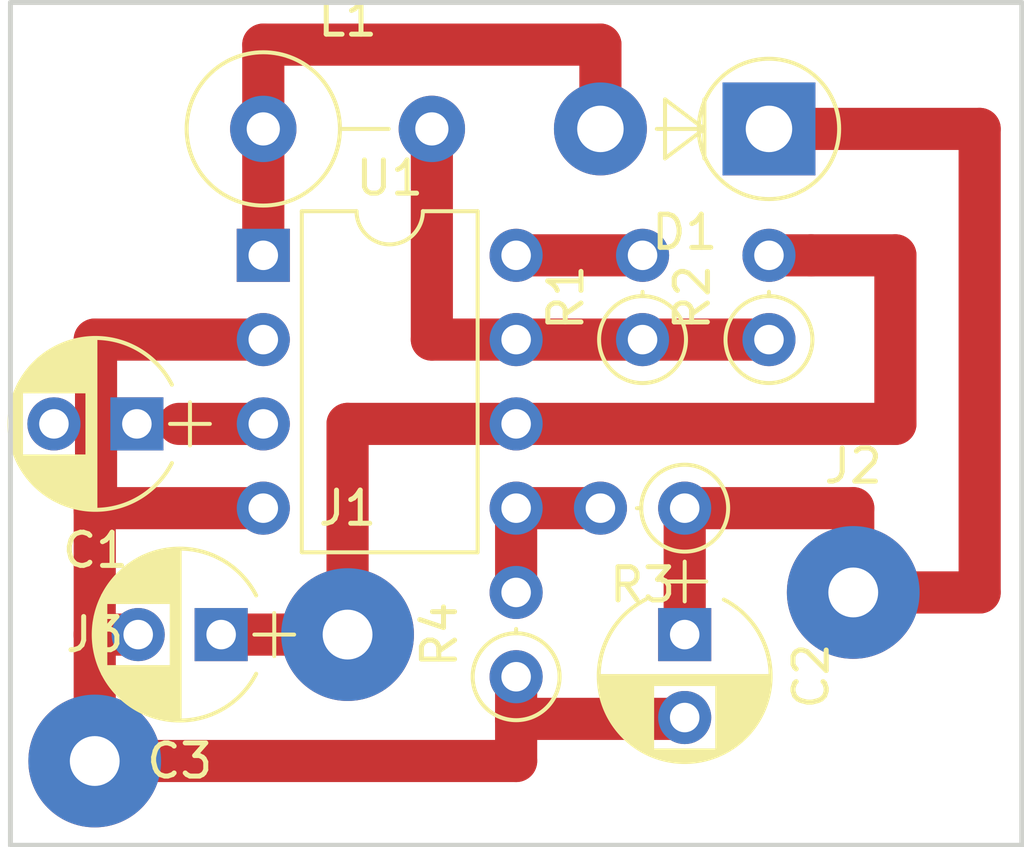
<source format=kicad_pcb>
(kicad_pcb (version 4) (host pcbnew 4.0.7)

  (general
    (links 21)
    (no_connects 2)
    (area 104.064999 96.444999 134.695001 121.995001)
    (thickness 1.6)
    (drawings 4)
    (tracks 39)
    (zones 0)
    (modules 13)
    (nets 9)
  )

  (page A4)
  (layers
    (0 Top signal)
    (31 Bottom signal)
    (32 B.Adhes user)
    (33 F.Adhes user)
    (34 B.Paste user)
    (35 F.Paste user)
    (36 B.SilkS user)
    (37 F.SilkS user)
    (38 B.Mask user)
    (39 F.Mask user)
    (40 Dwgs.User user)
    (41 Cmts.User user)
    (42 Eco1.User user)
    (43 Eco2.User user)
    (44 Edge.Cuts user)
    (45 Margin user)
    (46 B.CrtYd user)
    (47 F.CrtYd user)
    (48 B.Fab user)
    (49 F.Fab user)
  )

  (setup
    (last_trace_width 0.8128)
    (user_trace_width 0.1524)
    (user_trace_width 0.8128)
    (user_trace_width 1.27)
    (user_trace_width 2.54)
    (user_trace_width 5.08)
    (trace_clearance 0.1524)
    (zone_clearance 0.508)
    (zone_45_only no)
    (trace_min 0.1524)
    (segment_width 0.2)
    (edge_width 0.15)
    (via_size 1.27)
    (via_drill 0.79375)
    (via_min_size 1.27)
    (via_min_drill 0.79375)
    (uvia_size 1.27)
    (uvia_drill 0.79375)
    (uvias_allowed no)
    (uvia_min_size 1.27)
    (uvia_min_drill 0.79248)
    (pcb_text_width 0.3)
    (pcb_text_size 1.5 1.5)
    (mod_edge_width 0.15)
    (mod_text_size 1 1)
    (mod_text_width 0.15)
    (pad_size 1.6 1.6)
    (pad_drill 0.889)
    (pad_to_mask_clearance 0.2)
    (aux_axis_origin 0 0)
    (visible_elements 7FFFFFDF)
    (pcbplotparams
      (layerselection 0x01000_80000001)
      (usegerberextensions false)
      (excludeedgelayer true)
      (linewidth 0.100000)
      (plotframeref false)
      (viasonmask false)
      (mode 1)
      (useauxorigin false)
      (hpglpennumber 1)
      (hpglpenspeed 20)
      (hpglpendiameter 15)
      (hpglpenoverlay 2)
      (psnegative false)
      (psa4output false)
      (plotreference true)
      (plotvalue true)
      (plotinvisibletext false)
      (padsonsilk false)
      (subtractmaskfromsilk false)
      (outputformat 1)
      (mirror false)
      (drillshape 0)
      (scaleselection 1)
      (outputdirectory TestOut/))
  )

  (net 0 "")
  (net 1 /N$10)
  (net 2 /N$1)
  (net 3 /VG2)
  (net 4 /N$5)
  (net 5 /N$12)
  (net 6 /N$11)
  (net 7 /VDD)
  (net 8 /N$13)

  (net_class Default "This is the default net class."
    (clearance 0.1524)
    (trace_width 0.8128)
    (via_dia 1.27)
    (via_drill 0.79375)
    (uvia_dia 1.27)
    (uvia_drill 0.79375)
    (add_net /N$1)
    (add_net /N$10)
    (add_net /N$11)
    (add_net /N$12)
    (add_net /N$13)
    (add_net /N$5)
    (add_net /VDD)
    (add_net /VG2)
  )

  (module Housings_DIP:DIP-8_W7.62mm (layer Top) (tedit 5A44941C) (tstamp 5A448857)
    (at 111.76 104.14)
    (descr "8-lead though-hole mounted DIP package, row spacing 7.62 mm (300 mils)")
    (tags "THT DIP DIL PDIP 2.54mm 7.62mm 300mil")
    (path /5A44875D)
    (fp_text reference U1 (at 3.81 -2.33) (layer F.SilkS)
      (effects (font (size 1 1) (thickness 0.15)))
    )
    (fp_text value HCPL063 (at 3.81 9.95) (layer F.Fab)
      (effects (font (size 1 1) (thickness 0.15)))
    )
    (fp_arc (start 3.81 -1.33) (end 2.81 -1.33) (angle -180) (layer F.SilkS) (width 0.12))
    (fp_line (start 1.635 -1.27) (end 6.985 -1.27) (layer F.Fab) (width 0.1))
    (fp_line (start 6.985 -1.27) (end 6.985 8.89) (layer F.Fab) (width 0.1))
    (fp_line (start 6.985 8.89) (end 0.635 8.89) (layer F.Fab) (width 0.1))
    (fp_line (start 0.635 8.89) (end 0.635 -0.27) (layer F.Fab) (width 0.1))
    (fp_line (start 0.635 -0.27) (end 1.635 -1.27) (layer F.Fab) (width 0.1))
    (fp_line (start 2.81 -1.33) (end 1.16 -1.33) (layer F.SilkS) (width 0.12))
    (fp_line (start 1.16 -1.33) (end 1.16 8.95) (layer F.SilkS) (width 0.12))
    (fp_line (start 1.16 8.95) (end 6.46 8.95) (layer F.SilkS) (width 0.12))
    (fp_line (start 6.46 8.95) (end 6.46 -1.33) (layer F.SilkS) (width 0.12))
    (fp_line (start 6.46 -1.33) (end 4.81 -1.33) (layer F.SilkS) (width 0.12))
    (fp_line (start -1.1 -1.55) (end -1.1 9.15) (layer F.CrtYd) (width 0.05))
    (fp_line (start -1.1 9.15) (end 8.7 9.15) (layer F.CrtYd) (width 0.05))
    (fp_line (start 8.7 9.15) (end 8.7 -1.55) (layer F.CrtYd) (width 0.05))
    (fp_line (start 8.7 -1.55) (end -1.1 -1.55) (layer F.CrtYd) (width 0.05))
    (fp_text user %R (at 3.81 3.81) (layer F.Fab)
      (effects (font (size 1 1) (thickness 0.15)))
    )
    (pad 1 thru_hole rect (at 0 0) (size 1.6 1.6) (drill 0.889) (layers *.Cu *.Mask)
      (net 4 /N$5))
    (pad 5 thru_hole oval (at 7.62 7.62) (size 1.6 1.6) (drill 0.889) (layers *.Cu *.Mask)
      (net 8 /N$13))
    (pad 2 thru_hole oval (at 0 2.54) (size 1.6 1.6) (drill 0.889) (layers *.Cu *.Mask)
      (net 2 /N$1))
    (pad 6 thru_hole oval (at 7.62 5.08) (size 1.6 1.6) (drill 0.889) (layers *.Cu *.Mask)
      (net 7 /VDD))
    (pad 3 thru_hole oval (at 0 5.08) (size 1.6 1.6) (drill 0.889) (layers *.Cu *.Mask)
      (net 1 /N$10))
    (pad 7 thru_hole oval (at 7.62 2.54) (size 1.6 1.6) (drill 0.889) (layers *.Cu *.Mask)
      (net 5 /N$12))
    (pad 4 thru_hole oval (at 0 7.62) (size 1.6 1.6) (drill 0.889) (layers *.Cu *.Mask)
      (net 2 /N$1))
    (pad 8 thru_hole oval (at 7.62 0) (size 1.6 1.6) (drill 0.889) (layers *.Cu *.Mask)
      (net 6 /N$11))
    (model ${KISYS3DMOD}/Housings_DIP.3dshapes/DIP-8_W7.62mm.wrl
      (at (xyz 0 0 0))
      (scale (xyz 1 1 1))
      (rotate (xyz 0 0 0))
    )
  )

  (module Capacitors_THT:CP_Radial_D5.0mm_P2.50mm (layer Top) (tedit 5A4493B2) (tstamp 5A448E16)
    (at 107.95 109.22 180)
    (descr "CP, Radial series, Radial, pin pitch=2.50mm, , diameter=5mm, Electrolytic Capacitor")
    (tags "CP Radial series Radial pin pitch 2.50mm  diameter 5mm Electrolytic Capacitor")
    (path /5A447E76)
    (fp_text reference C1 (at 1.25 -3.81 180) (layer F.SilkS)
      (effects (font (size 1 1) (thickness 0.15)))
    )
    (fp_text value 470pF (at 1.25 3.81 180) (layer F.Fab)
      (effects (font (size 1 1) (thickness 0.15)))
    )
    (fp_arc (start 1.25 0) (end -1.05558 -1.18) (angle 125.8) (layer F.SilkS) (width 0.12))
    (fp_arc (start 1.25 0) (end -1.05558 1.18) (angle -125.8) (layer F.SilkS) (width 0.12))
    (fp_arc (start 1.25 0) (end 3.55558 -1.18) (angle 54.2) (layer F.SilkS) (width 0.12))
    (fp_circle (center 1.25 0) (end 3.75 0) (layer F.Fab) (width 0.1))
    (fp_line (start -2.2 0) (end -1 0) (layer F.Fab) (width 0.1))
    (fp_line (start -1.6 -0.65) (end -1.6 0.65) (layer F.Fab) (width 0.1))
    (fp_line (start 1.25 -2.55) (end 1.25 2.55) (layer F.SilkS) (width 0.12))
    (fp_line (start 1.29 -2.55) (end 1.29 2.55) (layer F.SilkS) (width 0.12))
    (fp_line (start 1.33 -2.549) (end 1.33 2.549) (layer F.SilkS) (width 0.12))
    (fp_line (start 1.37 -2.548) (end 1.37 2.548) (layer F.SilkS) (width 0.12))
    (fp_line (start 1.41 -2.546) (end 1.41 2.546) (layer F.SilkS) (width 0.12))
    (fp_line (start 1.45 -2.543) (end 1.45 2.543) (layer F.SilkS) (width 0.12))
    (fp_line (start 1.49 -2.539) (end 1.49 2.539) (layer F.SilkS) (width 0.12))
    (fp_line (start 1.53 -2.535) (end 1.53 -0.98) (layer F.SilkS) (width 0.12))
    (fp_line (start 1.53 0.98) (end 1.53 2.535) (layer F.SilkS) (width 0.12))
    (fp_line (start 1.57 -2.531) (end 1.57 -0.98) (layer F.SilkS) (width 0.12))
    (fp_line (start 1.57 0.98) (end 1.57 2.531) (layer F.SilkS) (width 0.12))
    (fp_line (start 1.61 -2.525) (end 1.61 -0.98) (layer F.SilkS) (width 0.12))
    (fp_line (start 1.61 0.98) (end 1.61 2.525) (layer F.SilkS) (width 0.12))
    (fp_line (start 1.65 -2.519) (end 1.65 -0.98) (layer F.SilkS) (width 0.12))
    (fp_line (start 1.65 0.98) (end 1.65 2.519) (layer F.SilkS) (width 0.12))
    (fp_line (start 1.69 -2.513) (end 1.69 -0.98) (layer F.SilkS) (width 0.12))
    (fp_line (start 1.69 0.98) (end 1.69 2.513) (layer F.SilkS) (width 0.12))
    (fp_line (start 1.73 -2.506) (end 1.73 -0.98) (layer F.SilkS) (width 0.12))
    (fp_line (start 1.73 0.98) (end 1.73 2.506) (layer F.SilkS) (width 0.12))
    (fp_line (start 1.77 -2.498) (end 1.77 -0.98) (layer F.SilkS) (width 0.12))
    (fp_line (start 1.77 0.98) (end 1.77 2.498) (layer F.SilkS) (width 0.12))
    (fp_line (start 1.81 -2.489) (end 1.81 -0.98) (layer F.SilkS) (width 0.12))
    (fp_line (start 1.81 0.98) (end 1.81 2.489) (layer F.SilkS) (width 0.12))
    (fp_line (start 1.85 -2.48) (end 1.85 -0.98) (layer F.SilkS) (width 0.12))
    (fp_line (start 1.85 0.98) (end 1.85 2.48) (layer F.SilkS) (width 0.12))
    (fp_line (start 1.89 -2.47) (end 1.89 -0.98) (layer F.SilkS) (width 0.12))
    (fp_line (start 1.89 0.98) (end 1.89 2.47) (layer F.SilkS) (width 0.12))
    (fp_line (start 1.93 -2.46) (end 1.93 -0.98) (layer F.SilkS) (width 0.12))
    (fp_line (start 1.93 0.98) (end 1.93 2.46) (layer F.SilkS) (width 0.12))
    (fp_line (start 1.971 -2.448) (end 1.971 -0.98) (layer F.SilkS) (width 0.12))
    (fp_line (start 1.971 0.98) (end 1.971 2.448) (layer F.SilkS) (width 0.12))
    (fp_line (start 2.011 -2.436) (end 2.011 -0.98) (layer F.SilkS) (width 0.12))
    (fp_line (start 2.011 0.98) (end 2.011 2.436) (layer F.SilkS) (width 0.12))
    (fp_line (start 2.051 -2.424) (end 2.051 -0.98) (layer F.SilkS) (width 0.12))
    (fp_line (start 2.051 0.98) (end 2.051 2.424) (layer F.SilkS) (width 0.12))
    (fp_line (start 2.091 -2.41) (end 2.091 -0.98) (layer F.SilkS) (width 0.12))
    (fp_line (start 2.091 0.98) (end 2.091 2.41) (layer F.SilkS) (width 0.12))
    (fp_line (start 2.131 -2.396) (end 2.131 -0.98) (layer F.SilkS) (width 0.12))
    (fp_line (start 2.131 0.98) (end 2.131 2.396) (layer F.SilkS) (width 0.12))
    (fp_line (start 2.171 -2.382) (end 2.171 -0.98) (layer F.SilkS) (width 0.12))
    (fp_line (start 2.171 0.98) (end 2.171 2.382) (layer F.SilkS) (width 0.12))
    (fp_line (start 2.211 -2.366) (end 2.211 -0.98) (layer F.SilkS) (width 0.12))
    (fp_line (start 2.211 0.98) (end 2.211 2.366) (layer F.SilkS) (width 0.12))
    (fp_line (start 2.251 -2.35) (end 2.251 -0.98) (layer F.SilkS) (width 0.12))
    (fp_line (start 2.251 0.98) (end 2.251 2.35) (layer F.SilkS) (width 0.12))
    (fp_line (start 2.291 -2.333) (end 2.291 -0.98) (layer F.SilkS) (width 0.12))
    (fp_line (start 2.291 0.98) (end 2.291 2.333) (layer F.SilkS) (width 0.12))
    (fp_line (start 2.331 -2.315) (end 2.331 -0.98) (layer F.SilkS) (width 0.12))
    (fp_line (start 2.331 0.98) (end 2.331 2.315) (layer F.SilkS) (width 0.12))
    (fp_line (start 2.371 -2.296) (end 2.371 -0.98) (layer F.SilkS) (width 0.12))
    (fp_line (start 2.371 0.98) (end 2.371 2.296) (layer F.SilkS) (width 0.12))
    (fp_line (start 2.411 -2.276) (end 2.411 -0.98) (layer F.SilkS) (width 0.12))
    (fp_line (start 2.411 0.98) (end 2.411 2.276) (layer F.SilkS) (width 0.12))
    (fp_line (start 2.451 -2.256) (end 2.451 -0.98) (layer F.SilkS) (width 0.12))
    (fp_line (start 2.451 0.98) (end 2.451 2.256) (layer F.SilkS) (width 0.12))
    (fp_line (start 2.491 -2.234) (end 2.491 -0.98) (layer F.SilkS) (width 0.12))
    (fp_line (start 2.491 0.98) (end 2.491 2.234) (layer F.SilkS) (width 0.12))
    (fp_line (start 2.531 -2.212) (end 2.531 -0.98) (layer F.SilkS) (width 0.12))
    (fp_line (start 2.531 0.98) (end 2.531 2.212) (layer F.SilkS) (width 0.12))
    (fp_line (start 2.571 -2.189) (end 2.571 -0.98) (layer F.SilkS) (width 0.12))
    (fp_line (start 2.571 0.98) (end 2.571 2.189) (layer F.SilkS) (width 0.12))
    (fp_line (start 2.611 -2.165) (end 2.611 -0.98) (layer F.SilkS) (width 0.12))
    (fp_line (start 2.611 0.98) (end 2.611 2.165) (layer F.SilkS) (width 0.12))
    (fp_line (start 2.651 -2.14) (end 2.651 -0.98) (layer F.SilkS) (width 0.12))
    (fp_line (start 2.651 0.98) (end 2.651 2.14) (layer F.SilkS) (width 0.12))
    (fp_line (start 2.691 -2.113) (end 2.691 -0.98) (layer F.SilkS) (width 0.12))
    (fp_line (start 2.691 0.98) (end 2.691 2.113) (layer F.SilkS) (width 0.12))
    (fp_line (start 2.731 -2.086) (end 2.731 -0.98) (layer F.SilkS) (width 0.12))
    (fp_line (start 2.731 0.98) (end 2.731 2.086) (layer F.SilkS) (width 0.12))
    (fp_line (start 2.771 -2.058) (end 2.771 -0.98) (layer F.SilkS) (width 0.12))
    (fp_line (start 2.771 0.98) (end 2.771 2.058) (layer F.SilkS) (width 0.12))
    (fp_line (start 2.811 -2.028) (end 2.811 -0.98) (layer F.SilkS) (width 0.12))
    (fp_line (start 2.811 0.98) (end 2.811 2.028) (layer F.SilkS) (width 0.12))
    (fp_line (start 2.851 -1.997) (end 2.851 -0.98) (layer F.SilkS) (width 0.12))
    (fp_line (start 2.851 0.98) (end 2.851 1.997) (layer F.SilkS) (width 0.12))
    (fp_line (start 2.891 -1.965) (end 2.891 -0.98) (layer F.SilkS) (width 0.12))
    (fp_line (start 2.891 0.98) (end 2.891 1.965) (layer F.SilkS) (width 0.12))
    (fp_line (start 2.931 -1.932) (end 2.931 -0.98) (layer F.SilkS) (width 0.12))
    (fp_line (start 2.931 0.98) (end 2.931 1.932) (layer F.SilkS) (width 0.12))
    (fp_line (start 2.971 -1.897) (end 2.971 -0.98) (layer F.SilkS) (width 0.12))
    (fp_line (start 2.971 0.98) (end 2.971 1.897) (layer F.SilkS) (width 0.12))
    (fp_line (start 3.011 -1.861) (end 3.011 -0.98) (layer F.SilkS) (width 0.12))
    (fp_line (start 3.011 0.98) (end 3.011 1.861) (layer F.SilkS) (width 0.12))
    (fp_line (start 3.051 -1.823) (end 3.051 -0.98) (layer F.SilkS) (width 0.12))
    (fp_line (start 3.051 0.98) (end 3.051 1.823) (layer F.SilkS) (width 0.12))
    (fp_line (start 3.091 -1.783) (end 3.091 -0.98) (layer F.SilkS) (width 0.12))
    (fp_line (start 3.091 0.98) (end 3.091 1.783) (layer F.SilkS) (width 0.12))
    (fp_line (start 3.131 -1.742) (end 3.131 -0.98) (layer F.SilkS) (width 0.12))
    (fp_line (start 3.131 0.98) (end 3.131 1.742) (layer F.SilkS) (width 0.12))
    (fp_line (start 3.171 -1.699) (end 3.171 -0.98) (layer F.SilkS) (width 0.12))
    (fp_line (start 3.171 0.98) (end 3.171 1.699) (layer F.SilkS) (width 0.12))
    (fp_line (start 3.211 -1.654) (end 3.211 -0.98) (layer F.SilkS) (width 0.12))
    (fp_line (start 3.211 0.98) (end 3.211 1.654) (layer F.SilkS) (width 0.12))
    (fp_line (start 3.251 -1.606) (end 3.251 -0.98) (layer F.SilkS) (width 0.12))
    (fp_line (start 3.251 0.98) (end 3.251 1.606) (layer F.SilkS) (width 0.12))
    (fp_line (start 3.291 -1.556) (end 3.291 -0.98) (layer F.SilkS) (width 0.12))
    (fp_line (start 3.291 0.98) (end 3.291 1.556) (layer F.SilkS) (width 0.12))
    (fp_line (start 3.331 -1.504) (end 3.331 -0.98) (layer F.SilkS) (width 0.12))
    (fp_line (start 3.331 0.98) (end 3.331 1.504) (layer F.SilkS) (width 0.12))
    (fp_line (start 3.371 -1.448) (end 3.371 -0.98) (layer F.SilkS) (width 0.12))
    (fp_line (start 3.371 0.98) (end 3.371 1.448) (layer F.SilkS) (width 0.12))
    (fp_line (start 3.411 -1.39) (end 3.411 -0.98) (layer F.SilkS) (width 0.12))
    (fp_line (start 3.411 0.98) (end 3.411 1.39) (layer F.SilkS) (width 0.12))
    (fp_line (start 3.451 -1.327) (end 3.451 -0.98) (layer F.SilkS) (width 0.12))
    (fp_line (start 3.451 0.98) (end 3.451 1.327) (layer F.SilkS) (width 0.12))
    (fp_line (start 3.491 -1.261) (end 3.491 1.261) (layer F.SilkS) (width 0.12))
    (fp_line (start 3.531 -1.189) (end 3.531 1.189) (layer F.SilkS) (width 0.12))
    (fp_line (start 3.571 -1.112) (end 3.571 1.112) (layer F.SilkS) (width 0.12))
    (fp_line (start 3.611 -1.028) (end 3.611 1.028) (layer F.SilkS) (width 0.12))
    (fp_line (start 3.651 -0.934) (end 3.651 0.934) (layer F.SilkS) (width 0.12))
    (fp_line (start 3.691 -0.829) (end 3.691 0.829) (layer F.SilkS) (width 0.12))
    (fp_line (start 3.731 -0.707) (end 3.731 0.707) (layer F.SilkS) (width 0.12))
    (fp_line (start 3.771 -0.559) (end 3.771 0.559) (layer F.SilkS) (width 0.12))
    (fp_line (start 3.811 -0.354) (end 3.811 0.354) (layer F.SilkS) (width 0.12))
    (fp_line (start -2.2 0) (end -1 0) (layer F.SilkS) (width 0.12))
    (fp_line (start -1.6 -0.65) (end -1.6 0.65) (layer F.SilkS) (width 0.12))
    (fp_line (start -1.6 -2.85) (end -1.6 2.85) (layer F.CrtYd) (width 0.05))
    (fp_line (start -1.6 2.85) (end 4.1 2.85) (layer F.CrtYd) (width 0.05))
    (fp_line (start 4.1 2.85) (end 4.1 -2.85) (layer F.CrtYd) (width 0.05))
    (fp_line (start 4.1 -2.85) (end -1.6 -2.85) (layer F.CrtYd) (width 0.05))
    (fp_text user %R (at 1.25 0 180) (layer F.Fab)
      (effects (font (size 1 1) (thickness 0.15)))
    )
    (pad 1 thru_hole rect (at 0 0 180) (size 1.6 1.6) (drill 0.889) (layers *.Cu *.Mask)
      (net 1 /N$10))
    (pad 2 thru_hole circle (at 2.5 0 180) (size 1.6 1.6) (drill 0.889) (layers *.Cu *.Mask)
      (net 2 /N$1))
    (model ${KISYS3DMOD}/Capacitors_THT.3dshapes/CP_Radial_D5.0mm_P2.50mm.wrl
      (at (xyz 0 0 0))
      (scale (xyz 1 1 1))
      (rotate (xyz 0 0 0))
    )
  )

  (module Capacitors_THT:CP_Radial_D5.0mm_P2.50mm (layer Top) (tedit 597BC7C2) (tstamp 5A448F20)
    (at 110.49 115.57 180)
    (descr "CP, Radial series, Radial, pin pitch=2.50mm, , diameter=5mm, Electrolytic Capacitor")
    (tags "CP Radial series Radial pin pitch 2.50mm  diameter 5mm Electrolytic Capacitor")
    (path /5A449757)
    (fp_text reference C3 (at 1.25 -3.81 180) (layer F.SilkS)
      (effects (font (size 1 1) (thickness 0.15)))
    )
    (fp_text value 100uF (at 1.25 3.81 180) (layer F.Fab)
      (effects (font (size 1 1) (thickness 0.15)))
    )
    (fp_arc (start 1.25 0) (end -1.05558 -1.18) (angle 125.8) (layer F.SilkS) (width 0.12))
    (fp_arc (start 1.25 0) (end -1.05558 1.18) (angle -125.8) (layer F.SilkS) (width 0.12))
    (fp_arc (start 1.25 0) (end 3.55558 -1.18) (angle 54.2) (layer F.SilkS) (width 0.12))
    (fp_circle (center 1.25 0) (end 3.75 0) (layer F.Fab) (width 0.1))
    (fp_line (start -2.2 0) (end -1 0) (layer F.Fab) (width 0.1))
    (fp_line (start -1.6 -0.65) (end -1.6 0.65) (layer F.Fab) (width 0.1))
    (fp_line (start 1.25 -2.55) (end 1.25 2.55) (layer F.SilkS) (width 0.12))
    (fp_line (start 1.29 -2.55) (end 1.29 2.55) (layer F.SilkS) (width 0.12))
    (fp_line (start 1.33 -2.549) (end 1.33 2.549) (layer F.SilkS) (width 0.12))
    (fp_line (start 1.37 -2.548) (end 1.37 2.548) (layer F.SilkS) (width 0.12))
    (fp_line (start 1.41 -2.546) (end 1.41 2.546) (layer F.SilkS) (width 0.12))
    (fp_line (start 1.45 -2.543) (end 1.45 2.543) (layer F.SilkS) (width 0.12))
    (fp_line (start 1.49 -2.539) (end 1.49 2.539) (layer F.SilkS) (width 0.12))
    (fp_line (start 1.53 -2.535) (end 1.53 -0.98) (layer F.SilkS) (width 0.12))
    (fp_line (start 1.53 0.98) (end 1.53 2.535) (layer F.SilkS) (width 0.12))
    (fp_line (start 1.57 -2.531) (end 1.57 -0.98) (layer F.SilkS) (width 0.12))
    (fp_line (start 1.57 0.98) (end 1.57 2.531) (layer F.SilkS) (width 0.12))
    (fp_line (start 1.61 -2.525) (end 1.61 -0.98) (layer F.SilkS) (width 0.12))
    (fp_line (start 1.61 0.98) (end 1.61 2.525) (layer F.SilkS) (width 0.12))
    (fp_line (start 1.65 -2.519) (end 1.65 -0.98) (layer F.SilkS) (width 0.12))
    (fp_line (start 1.65 0.98) (end 1.65 2.519) (layer F.SilkS) (width 0.12))
    (fp_line (start 1.69 -2.513) (end 1.69 -0.98) (layer F.SilkS) (width 0.12))
    (fp_line (start 1.69 0.98) (end 1.69 2.513) (layer F.SilkS) (width 0.12))
    (fp_line (start 1.73 -2.506) (end 1.73 -0.98) (layer F.SilkS) (width 0.12))
    (fp_line (start 1.73 0.98) (end 1.73 2.506) (layer F.SilkS) (width 0.12))
    (fp_line (start 1.77 -2.498) (end 1.77 -0.98) (layer F.SilkS) (width 0.12))
    (fp_line (start 1.77 0.98) (end 1.77 2.498) (layer F.SilkS) (width 0.12))
    (fp_line (start 1.81 -2.489) (end 1.81 -0.98) (layer F.SilkS) (width 0.12))
    (fp_line (start 1.81 0.98) (end 1.81 2.489) (layer F.SilkS) (width 0.12))
    (fp_line (start 1.85 -2.48) (end 1.85 -0.98) (layer F.SilkS) (width 0.12))
    (fp_line (start 1.85 0.98) (end 1.85 2.48) (layer F.SilkS) (width 0.12))
    (fp_line (start 1.89 -2.47) (end 1.89 -0.98) (layer F.SilkS) (width 0.12))
    (fp_line (start 1.89 0.98) (end 1.89 2.47) (layer F.SilkS) (width 0.12))
    (fp_line (start 1.93 -2.46) (end 1.93 -0.98) (layer F.SilkS) (width 0.12))
    (fp_line (start 1.93 0.98) (end 1.93 2.46) (layer F.SilkS) (width 0.12))
    (fp_line (start 1.971 -2.448) (end 1.971 -0.98) (layer F.SilkS) (width 0.12))
    (fp_line (start 1.971 0.98) (end 1.971 2.448) (layer F.SilkS) (width 0.12))
    (fp_line (start 2.011 -2.436) (end 2.011 -0.98) (layer F.SilkS) (width 0.12))
    (fp_line (start 2.011 0.98) (end 2.011 2.436) (layer F.SilkS) (width 0.12))
    (fp_line (start 2.051 -2.424) (end 2.051 -0.98) (layer F.SilkS) (width 0.12))
    (fp_line (start 2.051 0.98) (end 2.051 2.424) (layer F.SilkS) (width 0.12))
    (fp_line (start 2.091 -2.41) (end 2.091 -0.98) (layer F.SilkS) (width 0.12))
    (fp_line (start 2.091 0.98) (end 2.091 2.41) (layer F.SilkS) (width 0.12))
    (fp_line (start 2.131 -2.396) (end 2.131 -0.98) (layer F.SilkS) (width 0.12))
    (fp_line (start 2.131 0.98) (end 2.131 2.396) (layer F.SilkS) (width 0.12))
    (fp_line (start 2.171 -2.382) (end 2.171 -0.98) (layer F.SilkS) (width 0.12))
    (fp_line (start 2.171 0.98) (end 2.171 2.382) (layer F.SilkS) (width 0.12))
    (fp_line (start 2.211 -2.366) (end 2.211 -0.98) (layer F.SilkS) (width 0.12))
    (fp_line (start 2.211 0.98) (end 2.211 2.366) (layer F.SilkS) (width 0.12))
    (fp_line (start 2.251 -2.35) (end 2.251 -0.98) (layer F.SilkS) (width 0.12))
    (fp_line (start 2.251 0.98) (end 2.251 2.35) (layer F.SilkS) (width 0.12))
    (fp_line (start 2.291 -2.333) (end 2.291 -0.98) (layer F.SilkS) (width 0.12))
    (fp_line (start 2.291 0.98) (end 2.291 2.333) (layer F.SilkS) (width 0.12))
    (fp_line (start 2.331 -2.315) (end 2.331 -0.98) (layer F.SilkS) (width 0.12))
    (fp_line (start 2.331 0.98) (end 2.331 2.315) (layer F.SilkS) (width 0.12))
    (fp_line (start 2.371 -2.296) (end 2.371 -0.98) (layer F.SilkS) (width 0.12))
    (fp_line (start 2.371 0.98) (end 2.371 2.296) (layer F.SilkS) (width 0.12))
    (fp_line (start 2.411 -2.276) (end 2.411 -0.98) (layer F.SilkS) (width 0.12))
    (fp_line (start 2.411 0.98) (end 2.411 2.276) (layer F.SilkS) (width 0.12))
    (fp_line (start 2.451 -2.256) (end 2.451 -0.98) (layer F.SilkS) (width 0.12))
    (fp_line (start 2.451 0.98) (end 2.451 2.256) (layer F.SilkS) (width 0.12))
    (fp_line (start 2.491 -2.234) (end 2.491 -0.98) (layer F.SilkS) (width 0.12))
    (fp_line (start 2.491 0.98) (end 2.491 2.234) (layer F.SilkS) (width 0.12))
    (fp_line (start 2.531 -2.212) (end 2.531 -0.98) (layer F.SilkS) (width 0.12))
    (fp_line (start 2.531 0.98) (end 2.531 2.212) (layer F.SilkS) (width 0.12))
    (fp_line (start 2.571 -2.189) (end 2.571 -0.98) (layer F.SilkS) (width 0.12))
    (fp_line (start 2.571 0.98) (end 2.571 2.189) (layer F.SilkS) (width 0.12))
    (fp_line (start 2.611 -2.165) (end 2.611 -0.98) (layer F.SilkS) (width 0.12))
    (fp_line (start 2.611 0.98) (end 2.611 2.165) (layer F.SilkS) (width 0.12))
    (fp_line (start 2.651 -2.14) (end 2.651 -0.98) (layer F.SilkS) (width 0.12))
    (fp_line (start 2.651 0.98) (end 2.651 2.14) (layer F.SilkS) (width 0.12))
    (fp_line (start 2.691 -2.113) (end 2.691 -0.98) (layer F.SilkS) (width 0.12))
    (fp_line (start 2.691 0.98) (end 2.691 2.113) (layer F.SilkS) (width 0.12))
    (fp_line (start 2.731 -2.086) (end 2.731 -0.98) (layer F.SilkS) (width 0.12))
    (fp_line (start 2.731 0.98) (end 2.731 2.086) (layer F.SilkS) (width 0.12))
    (fp_line (start 2.771 -2.058) (end 2.771 -0.98) (layer F.SilkS) (width 0.12))
    (fp_line (start 2.771 0.98) (end 2.771 2.058) (layer F.SilkS) (width 0.12))
    (fp_line (start 2.811 -2.028) (end 2.811 -0.98) (layer F.SilkS) (width 0.12))
    (fp_line (start 2.811 0.98) (end 2.811 2.028) (layer F.SilkS) (width 0.12))
    (fp_line (start 2.851 -1.997) (end 2.851 -0.98) (layer F.SilkS) (width 0.12))
    (fp_line (start 2.851 0.98) (end 2.851 1.997) (layer F.SilkS) (width 0.12))
    (fp_line (start 2.891 -1.965) (end 2.891 -0.98) (layer F.SilkS) (width 0.12))
    (fp_line (start 2.891 0.98) (end 2.891 1.965) (layer F.SilkS) (width 0.12))
    (fp_line (start 2.931 -1.932) (end 2.931 -0.98) (layer F.SilkS) (width 0.12))
    (fp_line (start 2.931 0.98) (end 2.931 1.932) (layer F.SilkS) (width 0.12))
    (fp_line (start 2.971 -1.897) (end 2.971 -0.98) (layer F.SilkS) (width 0.12))
    (fp_line (start 2.971 0.98) (end 2.971 1.897) (layer F.SilkS) (width 0.12))
    (fp_line (start 3.011 -1.861) (end 3.011 -0.98) (layer F.SilkS) (width 0.12))
    (fp_line (start 3.011 0.98) (end 3.011 1.861) (layer F.SilkS) (width 0.12))
    (fp_line (start 3.051 -1.823) (end 3.051 -0.98) (layer F.SilkS) (width 0.12))
    (fp_line (start 3.051 0.98) (end 3.051 1.823) (layer F.SilkS) (width 0.12))
    (fp_line (start 3.091 -1.783) (end 3.091 -0.98) (layer F.SilkS) (width 0.12))
    (fp_line (start 3.091 0.98) (end 3.091 1.783) (layer F.SilkS) (width 0.12))
    (fp_line (start 3.131 -1.742) (end 3.131 -0.98) (layer F.SilkS) (width 0.12))
    (fp_line (start 3.131 0.98) (end 3.131 1.742) (layer F.SilkS) (width 0.12))
    (fp_line (start 3.171 -1.699) (end 3.171 -0.98) (layer F.SilkS) (width 0.12))
    (fp_line (start 3.171 0.98) (end 3.171 1.699) (layer F.SilkS) (width 0.12))
    (fp_line (start 3.211 -1.654) (end 3.211 -0.98) (layer F.SilkS) (width 0.12))
    (fp_line (start 3.211 0.98) (end 3.211 1.654) (layer F.SilkS) (width 0.12))
    (fp_line (start 3.251 -1.606) (end 3.251 -0.98) (layer F.SilkS) (width 0.12))
    (fp_line (start 3.251 0.98) (end 3.251 1.606) (layer F.SilkS) (width 0.12))
    (fp_line (start 3.291 -1.556) (end 3.291 -0.98) (layer F.SilkS) (width 0.12))
    (fp_line (start 3.291 0.98) (end 3.291 1.556) (layer F.SilkS) (width 0.12))
    (fp_line (start 3.331 -1.504) (end 3.331 -0.98) (layer F.SilkS) (width 0.12))
    (fp_line (start 3.331 0.98) (end 3.331 1.504) (layer F.SilkS) (width 0.12))
    (fp_line (start 3.371 -1.448) (end 3.371 -0.98) (layer F.SilkS) (width 0.12))
    (fp_line (start 3.371 0.98) (end 3.371 1.448) (layer F.SilkS) (width 0.12))
    (fp_line (start 3.411 -1.39) (end 3.411 -0.98) (layer F.SilkS) (width 0.12))
    (fp_line (start 3.411 0.98) (end 3.411 1.39) (layer F.SilkS) (width 0.12))
    (fp_line (start 3.451 -1.327) (end 3.451 -0.98) (layer F.SilkS) (width 0.12))
    (fp_line (start 3.451 0.98) (end 3.451 1.327) (layer F.SilkS) (width 0.12))
    (fp_line (start 3.491 -1.261) (end 3.491 1.261) (layer F.SilkS) (width 0.12))
    (fp_line (start 3.531 -1.189) (end 3.531 1.189) (layer F.SilkS) (width 0.12))
    (fp_line (start 3.571 -1.112) (end 3.571 1.112) (layer F.SilkS) (width 0.12))
    (fp_line (start 3.611 -1.028) (end 3.611 1.028) (layer F.SilkS) (width 0.12))
    (fp_line (start 3.651 -0.934) (end 3.651 0.934) (layer F.SilkS) (width 0.12))
    (fp_line (start 3.691 -0.829) (end 3.691 0.829) (layer F.SilkS) (width 0.12))
    (fp_line (start 3.731 -0.707) (end 3.731 0.707) (layer F.SilkS) (width 0.12))
    (fp_line (start 3.771 -0.559) (end 3.771 0.559) (layer F.SilkS) (width 0.12))
    (fp_line (start 3.811 -0.354) (end 3.811 0.354) (layer F.SilkS) (width 0.12))
    (fp_line (start -2.2 0) (end -1 0) (layer F.SilkS) (width 0.12))
    (fp_line (start -1.6 -0.65) (end -1.6 0.65) (layer F.SilkS) (width 0.12))
    (fp_line (start -1.6 -2.85) (end -1.6 2.85) (layer F.CrtYd) (width 0.05))
    (fp_line (start -1.6 2.85) (end 4.1 2.85) (layer F.CrtYd) (width 0.05))
    (fp_line (start 4.1 2.85) (end 4.1 -2.85) (layer F.CrtYd) (width 0.05))
    (fp_line (start 4.1 -2.85) (end -1.6 -2.85) (layer F.CrtYd) (width 0.05))
    (fp_text user %R (at 1.25 0 180) (layer F.Fab)
      (effects (font (size 1 1) (thickness 0.15)))
    )
    (pad 1 thru_hole rect (at 0 0 180) (size 1.6 1.6) (drill 0.889) (layers *.Cu *.Mask)
      (net 7 /VDD))
    (pad 2 thru_hole circle (at 2.5 0 180) (size 1.6 1.6) (drill 0.889) (layers *.Cu *.Mask)
      (net 2 /N$1))
    (model ${KISYS3DMOD}/Capacitors_THT.3dshapes/CP_Radial_D5.0mm_P2.50mm.wrl
      (at (xyz 0 0 0))
      (scale (xyz 1 1 1))
      (rotate (xyz 0 0 0))
    )
  )

  (module Diodes_THT:D_5W_P5.08mm_Vertical_AnodeUp (layer Top) (tedit 5921392E) (tstamp 5A448F34)
    (at 127 100.33 180)
    (descr "D, 5W series, Axial, Vertical, pin pitch=5.08mm, , length*diameter=8.9*3.7mm^2, , http://www.diodes.com/_files/packages/8686949.gif")
    (tags "D 5W series Axial Vertical pin pitch 5.08mm  length 8.9mm diameter 3.7mm")
    (path /5A4489B5)
    (fp_text reference D1 (at 2.54 -3.114899 180) (layer F.SilkS)
      (effects (font (size 1 1) (thickness 0.15)))
    )
    (fp_text value D (at 2.54 3.114899 180) (layer F.Fab)
      (effects (font (size 1 1) (thickness 0.15)))
    )
    (fp_text user K (at -2.814899 0 180) (layer F.Fab)
      (effects (font (size 1 1) (thickness 0.15)))
    )
    (fp_text user %R (at 2.54 0 180) (layer F.Fab)
      (effects (font (size 1 1) (thickness 0.15)))
    )
    (fp_line (start 0 0) (end 5.08 0) (layer F.Fab) (width 0.1))
    (fp_line (start 2.114899 0) (end 3.38 0) (layer F.SilkS) (width 0.12))
    (fp_line (start 1.947333 -0.889) (end 1.947333 0.889) (layer F.SilkS) (width 0.12))
    (fp_line (start 1.947333 0) (end 3.132667 -0.889) (layer F.SilkS) (width 0.12))
    (fp_line (start 3.132667 -0.889) (end 3.132667 0.889) (layer F.SilkS) (width 0.12))
    (fp_line (start 3.132667 0.889) (end 1.947333 0) (layer F.SilkS) (width 0.12))
    (fp_line (start -2.2 -2.4) (end -2.2 2.4) (layer F.CrtYd) (width 0.05))
    (fp_line (start -2.2 2.4) (end 6.8 2.4) (layer F.CrtYd) (width 0.05))
    (fp_line (start 6.8 2.4) (end 6.8 -2.4) (layer F.CrtYd) (width 0.05))
    (fp_line (start 6.8 -2.4) (end -2.2 -2.4) (layer F.CrtYd) (width 0.05))
    (fp_circle (center 0 0) (end 1.85 0) (layer F.Fab) (width 0.1))
    (fp_circle (center 0 0) (end 2.114899 0) (layer F.SilkS) (width 0.12))
    (pad 1 thru_hole rect (at 0 0 180) (size 2.8 2.8) (drill 1.4) (layers *.Cu *.Mask)
      (net 3 /VG2))
    (pad 2 thru_hole oval (at 5.08 0 180) (size 2.8 2.8) (drill 1.4) (layers *.Cu *.Mask)
      (net 4 /N$5))
    (model ${KISYS3DMOD}/Diodes_THT.3dshapes/D_5W_P5.08mm_Vertical_AnodeUp.wrl
      (at (xyz 0 0 0))
      (scale (xyz 0.393701 0.393701 0.393701))
      (rotate (xyz 0 0 0))
    )
  )

  (module Capacitors_THT:CP_Radial_D5.0mm_P2.50mm (layer Top) (tedit 597BC7C2) (tstamp 5A4491E9)
    (at 124.46 115.57 270)
    (descr "CP, Radial series, Radial, pin pitch=2.50mm, , diameter=5mm, Electrolytic Capacitor")
    (tags "CP Radial series Radial pin pitch 2.50mm  diameter 5mm Electrolytic Capacitor")
    (path /5A448D7F)
    (fp_text reference C2 (at 1.25 -3.81 270) (layer F.SilkS)
      (effects (font (size 1 1) (thickness 0.15)))
    )
    (fp_text value 470uF (at 1.25 3.81 270) (layer F.Fab)
      (effects (font (size 1 1) (thickness 0.15)))
    )
    (fp_arc (start 1.25 0) (end -1.05558 -1.18) (angle 125.8) (layer F.SilkS) (width 0.12))
    (fp_arc (start 1.25 0) (end -1.05558 1.18) (angle -125.8) (layer F.SilkS) (width 0.12))
    (fp_arc (start 1.25 0) (end 3.55558 -1.18) (angle 54.2) (layer F.SilkS) (width 0.12))
    (fp_circle (center 1.25 0) (end 3.75 0) (layer F.Fab) (width 0.1))
    (fp_line (start -2.2 0) (end -1 0) (layer F.Fab) (width 0.1))
    (fp_line (start -1.6 -0.65) (end -1.6 0.65) (layer F.Fab) (width 0.1))
    (fp_line (start 1.25 -2.55) (end 1.25 2.55) (layer F.SilkS) (width 0.12))
    (fp_line (start 1.29 -2.55) (end 1.29 2.55) (layer F.SilkS) (width 0.12))
    (fp_line (start 1.33 -2.549) (end 1.33 2.549) (layer F.SilkS) (width 0.12))
    (fp_line (start 1.37 -2.548) (end 1.37 2.548) (layer F.SilkS) (width 0.12))
    (fp_line (start 1.41 -2.546) (end 1.41 2.546) (layer F.SilkS) (width 0.12))
    (fp_line (start 1.45 -2.543) (end 1.45 2.543) (layer F.SilkS) (width 0.12))
    (fp_line (start 1.49 -2.539) (end 1.49 2.539) (layer F.SilkS) (width 0.12))
    (fp_line (start 1.53 -2.535) (end 1.53 -0.98) (layer F.SilkS) (width 0.12))
    (fp_line (start 1.53 0.98) (end 1.53 2.535) (layer F.SilkS) (width 0.12))
    (fp_line (start 1.57 -2.531) (end 1.57 -0.98) (layer F.SilkS) (width 0.12))
    (fp_line (start 1.57 0.98) (end 1.57 2.531) (layer F.SilkS) (width 0.12))
    (fp_line (start 1.61 -2.525) (end 1.61 -0.98) (layer F.SilkS) (width 0.12))
    (fp_line (start 1.61 0.98) (end 1.61 2.525) (layer F.SilkS) (width 0.12))
    (fp_line (start 1.65 -2.519) (end 1.65 -0.98) (layer F.SilkS) (width 0.12))
    (fp_line (start 1.65 0.98) (end 1.65 2.519) (layer F.SilkS) (width 0.12))
    (fp_line (start 1.69 -2.513) (end 1.69 -0.98) (layer F.SilkS) (width 0.12))
    (fp_line (start 1.69 0.98) (end 1.69 2.513) (layer F.SilkS) (width 0.12))
    (fp_line (start 1.73 -2.506) (end 1.73 -0.98) (layer F.SilkS) (width 0.12))
    (fp_line (start 1.73 0.98) (end 1.73 2.506) (layer F.SilkS) (width 0.12))
    (fp_line (start 1.77 -2.498) (end 1.77 -0.98) (layer F.SilkS) (width 0.12))
    (fp_line (start 1.77 0.98) (end 1.77 2.498) (layer F.SilkS) (width 0.12))
    (fp_line (start 1.81 -2.489) (end 1.81 -0.98) (layer F.SilkS) (width 0.12))
    (fp_line (start 1.81 0.98) (end 1.81 2.489) (layer F.SilkS) (width 0.12))
    (fp_line (start 1.85 -2.48) (end 1.85 -0.98) (layer F.SilkS) (width 0.12))
    (fp_line (start 1.85 0.98) (end 1.85 2.48) (layer F.SilkS) (width 0.12))
    (fp_line (start 1.89 -2.47) (end 1.89 -0.98) (layer F.SilkS) (width 0.12))
    (fp_line (start 1.89 0.98) (end 1.89 2.47) (layer F.SilkS) (width 0.12))
    (fp_line (start 1.93 -2.46) (end 1.93 -0.98) (layer F.SilkS) (width 0.12))
    (fp_line (start 1.93 0.98) (end 1.93 2.46) (layer F.SilkS) (width 0.12))
    (fp_line (start 1.971 -2.448) (end 1.971 -0.98) (layer F.SilkS) (width 0.12))
    (fp_line (start 1.971 0.98) (end 1.971 2.448) (layer F.SilkS) (width 0.12))
    (fp_line (start 2.011 -2.436) (end 2.011 -0.98) (layer F.SilkS) (width 0.12))
    (fp_line (start 2.011 0.98) (end 2.011 2.436) (layer F.SilkS) (width 0.12))
    (fp_line (start 2.051 -2.424) (end 2.051 -0.98) (layer F.SilkS) (width 0.12))
    (fp_line (start 2.051 0.98) (end 2.051 2.424) (layer F.SilkS) (width 0.12))
    (fp_line (start 2.091 -2.41) (end 2.091 -0.98) (layer F.SilkS) (width 0.12))
    (fp_line (start 2.091 0.98) (end 2.091 2.41) (layer F.SilkS) (width 0.12))
    (fp_line (start 2.131 -2.396) (end 2.131 -0.98) (layer F.SilkS) (width 0.12))
    (fp_line (start 2.131 0.98) (end 2.131 2.396) (layer F.SilkS) (width 0.12))
    (fp_line (start 2.171 -2.382) (end 2.171 -0.98) (layer F.SilkS) (width 0.12))
    (fp_line (start 2.171 0.98) (end 2.171 2.382) (layer F.SilkS) (width 0.12))
    (fp_line (start 2.211 -2.366) (end 2.211 -0.98) (layer F.SilkS) (width 0.12))
    (fp_line (start 2.211 0.98) (end 2.211 2.366) (layer F.SilkS) (width 0.12))
    (fp_line (start 2.251 -2.35) (end 2.251 -0.98) (layer F.SilkS) (width 0.12))
    (fp_line (start 2.251 0.98) (end 2.251 2.35) (layer F.SilkS) (width 0.12))
    (fp_line (start 2.291 -2.333) (end 2.291 -0.98) (layer F.SilkS) (width 0.12))
    (fp_line (start 2.291 0.98) (end 2.291 2.333) (layer F.SilkS) (width 0.12))
    (fp_line (start 2.331 -2.315) (end 2.331 -0.98) (layer F.SilkS) (width 0.12))
    (fp_line (start 2.331 0.98) (end 2.331 2.315) (layer F.SilkS) (width 0.12))
    (fp_line (start 2.371 -2.296) (end 2.371 -0.98) (layer F.SilkS) (width 0.12))
    (fp_line (start 2.371 0.98) (end 2.371 2.296) (layer F.SilkS) (width 0.12))
    (fp_line (start 2.411 -2.276) (end 2.411 -0.98) (layer F.SilkS) (width 0.12))
    (fp_line (start 2.411 0.98) (end 2.411 2.276) (layer F.SilkS) (width 0.12))
    (fp_line (start 2.451 -2.256) (end 2.451 -0.98) (layer F.SilkS) (width 0.12))
    (fp_line (start 2.451 0.98) (end 2.451 2.256) (layer F.SilkS) (width 0.12))
    (fp_line (start 2.491 -2.234) (end 2.491 -0.98) (layer F.SilkS) (width 0.12))
    (fp_line (start 2.491 0.98) (end 2.491 2.234) (layer F.SilkS) (width 0.12))
    (fp_line (start 2.531 -2.212) (end 2.531 -0.98) (layer F.SilkS) (width 0.12))
    (fp_line (start 2.531 0.98) (end 2.531 2.212) (layer F.SilkS) (width 0.12))
    (fp_line (start 2.571 -2.189) (end 2.571 -0.98) (layer F.SilkS) (width 0.12))
    (fp_line (start 2.571 0.98) (end 2.571 2.189) (layer F.SilkS) (width 0.12))
    (fp_line (start 2.611 -2.165) (end 2.611 -0.98) (layer F.SilkS) (width 0.12))
    (fp_line (start 2.611 0.98) (end 2.611 2.165) (layer F.SilkS) (width 0.12))
    (fp_line (start 2.651 -2.14) (end 2.651 -0.98) (layer F.SilkS) (width 0.12))
    (fp_line (start 2.651 0.98) (end 2.651 2.14) (layer F.SilkS) (width 0.12))
    (fp_line (start 2.691 -2.113) (end 2.691 -0.98) (layer F.SilkS) (width 0.12))
    (fp_line (start 2.691 0.98) (end 2.691 2.113) (layer F.SilkS) (width 0.12))
    (fp_line (start 2.731 -2.086) (end 2.731 -0.98) (layer F.SilkS) (width 0.12))
    (fp_line (start 2.731 0.98) (end 2.731 2.086) (layer F.SilkS) (width 0.12))
    (fp_line (start 2.771 -2.058) (end 2.771 -0.98) (layer F.SilkS) (width 0.12))
    (fp_line (start 2.771 0.98) (end 2.771 2.058) (layer F.SilkS) (width 0.12))
    (fp_line (start 2.811 -2.028) (end 2.811 -0.98) (layer F.SilkS) (width 0.12))
    (fp_line (start 2.811 0.98) (end 2.811 2.028) (layer F.SilkS) (width 0.12))
    (fp_line (start 2.851 -1.997) (end 2.851 -0.98) (layer F.SilkS) (width 0.12))
    (fp_line (start 2.851 0.98) (end 2.851 1.997) (layer F.SilkS) (width 0.12))
    (fp_line (start 2.891 -1.965) (end 2.891 -0.98) (layer F.SilkS) (width 0.12))
    (fp_line (start 2.891 0.98) (end 2.891 1.965) (layer F.SilkS) (width 0.12))
    (fp_line (start 2.931 -1.932) (end 2.931 -0.98) (layer F.SilkS) (width 0.12))
    (fp_line (start 2.931 0.98) (end 2.931 1.932) (layer F.SilkS) (width 0.12))
    (fp_line (start 2.971 -1.897) (end 2.971 -0.98) (layer F.SilkS) (width 0.12))
    (fp_line (start 2.971 0.98) (end 2.971 1.897) (layer F.SilkS) (width 0.12))
    (fp_line (start 3.011 -1.861) (end 3.011 -0.98) (layer F.SilkS) (width 0.12))
    (fp_line (start 3.011 0.98) (end 3.011 1.861) (layer F.SilkS) (width 0.12))
    (fp_line (start 3.051 -1.823) (end 3.051 -0.98) (layer F.SilkS) (width 0.12))
    (fp_line (start 3.051 0.98) (end 3.051 1.823) (layer F.SilkS) (width 0.12))
    (fp_line (start 3.091 -1.783) (end 3.091 -0.98) (layer F.SilkS) (width 0.12))
    (fp_line (start 3.091 0.98) (end 3.091 1.783) (layer F.SilkS) (width 0.12))
    (fp_line (start 3.131 -1.742) (end 3.131 -0.98) (layer F.SilkS) (width 0.12))
    (fp_line (start 3.131 0.98) (end 3.131 1.742) (layer F.SilkS) (width 0.12))
    (fp_line (start 3.171 -1.699) (end 3.171 -0.98) (layer F.SilkS) (width 0.12))
    (fp_line (start 3.171 0.98) (end 3.171 1.699) (layer F.SilkS) (width 0.12))
    (fp_line (start 3.211 -1.654) (end 3.211 -0.98) (layer F.SilkS) (width 0.12))
    (fp_line (start 3.211 0.98) (end 3.211 1.654) (layer F.SilkS) (width 0.12))
    (fp_line (start 3.251 -1.606) (end 3.251 -0.98) (layer F.SilkS) (width 0.12))
    (fp_line (start 3.251 0.98) (end 3.251 1.606) (layer F.SilkS) (width 0.12))
    (fp_line (start 3.291 -1.556) (end 3.291 -0.98) (layer F.SilkS) (width 0.12))
    (fp_line (start 3.291 0.98) (end 3.291 1.556) (layer F.SilkS) (width 0.12))
    (fp_line (start 3.331 -1.504) (end 3.331 -0.98) (layer F.SilkS) (width 0.12))
    (fp_line (start 3.331 0.98) (end 3.331 1.504) (layer F.SilkS) (width 0.12))
    (fp_line (start 3.371 -1.448) (end 3.371 -0.98) (layer F.SilkS) (width 0.12))
    (fp_line (start 3.371 0.98) (end 3.371 1.448) (layer F.SilkS) (width 0.12))
    (fp_line (start 3.411 -1.39) (end 3.411 -0.98) (layer F.SilkS) (width 0.12))
    (fp_line (start 3.411 0.98) (end 3.411 1.39) (layer F.SilkS) (width 0.12))
    (fp_line (start 3.451 -1.327) (end 3.451 -0.98) (layer F.SilkS) (width 0.12))
    (fp_line (start 3.451 0.98) (end 3.451 1.327) (layer F.SilkS) (width 0.12))
    (fp_line (start 3.491 -1.261) (end 3.491 1.261) (layer F.SilkS) (width 0.12))
    (fp_line (start 3.531 -1.189) (end 3.531 1.189) (layer F.SilkS) (width 0.12))
    (fp_line (start 3.571 -1.112) (end 3.571 1.112) (layer F.SilkS) (width 0.12))
    (fp_line (start 3.611 -1.028) (end 3.611 1.028) (layer F.SilkS) (width 0.12))
    (fp_line (start 3.651 -0.934) (end 3.651 0.934) (layer F.SilkS) (width 0.12))
    (fp_line (start 3.691 -0.829) (end 3.691 0.829) (layer F.SilkS) (width 0.12))
    (fp_line (start 3.731 -0.707) (end 3.731 0.707) (layer F.SilkS) (width 0.12))
    (fp_line (start 3.771 -0.559) (end 3.771 0.559) (layer F.SilkS) (width 0.12))
    (fp_line (start 3.811 -0.354) (end 3.811 0.354) (layer F.SilkS) (width 0.12))
    (fp_line (start -2.2 0) (end -1 0) (layer F.SilkS) (width 0.12))
    (fp_line (start -1.6 -0.65) (end -1.6 0.65) (layer F.SilkS) (width 0.12))
    (fp_line (start -1.6 -2.85) (end -1.6 2.85) (layer F.CrtYd) (width 0.05))
    (fp_line (start -1.6 2.85) (end 4.1 2.85) (layer F.CrtYd) (width 0.05))
    (fp_line (start 4.1 2.85) (end 4.1 -2.85) (layer F.CrtYd) (width 0.05))
    (fp_line (start 4.1 -2.85) (end -1.6 -2.85) (layer F.CrtYd) (width 0.05))
    (fp_text user %R (at 1.25 0 270) (layer F.Fab)
      (effects (font (size 1 1) (thickness 0.15)))
    )
    (pad 1 thru_hole rect (at 0 0 270) (size 1.6 1.6) (drill 0.889) (layers *.Cu *.Mask)
      (net 3 /VG2))
    (pad 2 thru_hole circle (at 2.5 0 270) (size 1.6 1.6) (drill 0.889) (layers *.Cu *.Mask)
      (net 2 /N$1))
    (model ${KISYS3DMOD}/Capacitors_THT.3dshapes/CP_Radial_D5.0mm_P2.50mm.wrl
      (at (xyz 0 0 0))
      (scale (xyz 1 1 1))
      (rotate (xyz 0 0 0))
    )
  )

  (module Wire_Pads:SolderWirePad_single_1-5mmDrill (layer Top) (tedit 0) (tstamp 5A449B1C)
    (at 114.3 115.57)
    (path /5A449CE3)
    (fp_text reference J1 (at 0 -3.81) (layer F.SilkS)
      (effects (font (size 1 1) (thickness 0.15)))
    )
    (fp_text value Conn_01x01 (at -0.635 3.81) (layer F.Fab)
      (effects (font (size 1 1) (thickness 0.15)))
    )
    (pad 1 thru_hole circle (at 0 0) (size 4.0005 4.0005) (drill 1.50114) (layers *.Cu *.Mask)
      (net 7 /VDD))
  )

  (module Wire_Pads:SolderWirePad_single_1-5mmDrill (layer Top) (tedit 0) (tstamp 5A449B21)
    (at 129.54 114.3)
    (path /5A449D6D)
    (fp_text reference J2 (at 0 -3.81) (layer F.SilkS)
      (effects (font (size 1 1) (thickness 0.15)))
    )
    (fp_text value Conn_01x01 (at -0.635 3.81) (layer F.Fab)
      (effects (font (size 1 1) (thickness 0.15)))
    )
    (pad 1 thru_hole circle (at 0 0) (size 4.0005 4.0005) (drill 1.50114) (layers *.Cu *.Mask)
      (net 3 /VG2))
  )

  (module Wire_Pads:SolderWirePad_single_1-5mmDrill (layer Top) (tedit 0) (tstamp 5A449B26)
    (at 106.68 119.38)
    (path /5A449E0F)
    (fp_text reference J3 (at 0 -3.81) (layer F.SilkS)
      (effects (font (size 1 1) (thickness 0.15)))
    )
    (fp_text value Conn_01x01 (at -0.635 3.81) (layer F.Fab)
      (effects (font (size 1 1) (thickness 0.15)))
    )
    (pad 1 thru_hole circle (at 0 0) (size 4.0005 4.0005) (drill 1.50114) (layers *.Cu *.Mask)
      (net 2 /N$1))
  )

  (module Resistors_THT:R_Axial_DIN0207_L6.3mm_D2.5mm_P2.54mm_Vertical (layer Top) (tedit 5A449367) (tstamp 5A44A495)
    (at 123.19 106.68 90)
    (descr "Resistor, Axial_DIN0207 series, Axial, Vertical, pin pitch=2.54mm, 0.25W = 1/4W, length*diameter=6.3*2.5mm^2, http://cdn-reichelt.de/documents/datenblatt/B400/1_4W%23YAG.pdf")
    (tags "Resistor Axial_DIN0207 series Axial Vertical pin pitch 2.54mm 0.25W = 1/4W length 6.3mm diameter 2.5mm")
    (path /5A448A76)
    (fp_text reference R1 (at 1.27 -2.31 90) (layer F.SilkS)
      (effects (font (size 1 1) (thickness 0.15)))
    )
    (fp_text value 1K (at 1.27 2.31 90) (layer F.Fab)
      (effects (font (size 1 1) (thickness 0.15)))
    )
    (fp_circle (center 0 0) (end 1.25 0) (layer F.Fab) (width 0.1))
    (fp_circle (center 0 0) (end 1.31 0) (layer F.SilkS) (width 0.12))
    (fp_line (start 0 0) (end 2.54 0) (layer F.Fab) (width 0.1))
    (fp_line (start 1.31 0) (end 1.44 0) (layer F.SilkS) (width 0.12))
    (fp_line (start -1.6 -1.6) (end -1.6 1.6) (layer F.CrtYd) (width 0.05))
    (fp_line (start -1.6 1.6) (end 3.65 1.6) (layer F.CrtYd) (width 0.05))
    (fp_line (start 3.65 1.6) (end 3.65 -1.6) (layer F.CrtYd) (width 0.05))
    (fp_line (start 3.65 -1.6) (end -1.6 -1.6) (layer F.CrtYd) (width 0.05))
    (pad 1 thru_hole circle (at 0 0 90) (size 1.6 1.6) (drill 0.889) (layers *.Cu *.Mask)
      (net 5 /N$12))
    (pad 2 thru_hole oval (at 2.54 0 90) (size 1.6 1.6) (drill 0.889) (layers *.Cu *.Mask)
      (net 6 /N$11))
    (model ${KISYS3DMOD}/Resistors_THT.3dshapes/R_Axial_DIN0207_L6.3mm_D2.5mm_P2.54mm_Vertical.wrl
      (at (xyz 0 0 0))
      (scale (xyz 0.393701 0.393701 0.393701))
      (rotate (xyz 0 0 0))
    )
  )

  (module Resistors_THT:R_Axial_DIN0207_L6.3mm_D2.5mm_P2.54mm_Vertical (layer Top) (tedit 5A449386) (tstamp 5A44A4A3)
    (at 127 106.68 90)
    (descr "Resistor, Axial_DIN0207 series, Axial, Vertical, pin pitch=2.54mm, 0.25W = 1/4W, length*diameter=6.3*2.5mm^2, http://cdn-reichelt.de/documents/datenblatt/B400/1_4W%23YAG.pdf")
    (tags "Resistor Axial_DIN0207 series Axial Vertical pin pitch 2.54mm 0.25W = 1/4W length 6.3mm diameter 2.5mm")
    (path /5A448C49)
    (fp_text reference R2 (at 1.27 -2.31 90) (layer F.SilkS)
      (effects (font (size 1 1) (thickness 0.15)))
    )
    (fp_text value 0.22 (at 1.27 2.31 90) (layer F.Fab)
      (effects (font (size 1 1) (thickness 0.15)))
    )
    (fp_circle (center 0 0) (end 1.25 0) (layer F.Fab) (width 0.1))
    (fp_circle (center 0 0) (end 1.31 0) (layer F.SilkS) (width 0.12))
    (fp_line (start 0 0) (end 2.54 0) (layer F.Fab) (width 0.1))
    (fp_line (start 1.31 0) (end 1.44 0) (layer F.SilkS) (width 0.12))
    (fp_line (start -1.6 -1.6) (end -1.6 1.6) (layer F.CrtYd) (width 0.05))
    (fp_line (start -1.6 1.6) (end 3.65 1.6) (layer F.CrtYd) (width 0.05))
    (fp_line (start 3.65 1.6) (end 3.65 -1.6) (layer F.CrtYd) (width 0.05))
    (fp_line (start 3.65 -1.6) (end -1.6 -1.6) (layer F.CrtYd) (width 0.05))
    (pad 1 thru_hole circle (at 0 0 90) (size 1.6 1.6) (drill 0.889) (layers *.Cu *.Mask)
      (net 5 /N$12))
    (pad 2 thru_hole oval (at 2.54 0 90) (size 1.6 1.6) (drill 0.889) (layers *.Cu *.Mask)
      (net 7 /VDD))
    (model ${KISYS3DMOD}/Resistors_THT.3dshapes/R_Axial_DIN0207_L6.3mm_D2.5mm_P2.54mm_Vertical.wrl
      (at (xyz 0 0 0))
      (scale (xyz 0.393701 0.393701 0.393701))
      (rotate (xyz 0 0 0))
    )
  )

  (module Resistors_THT:R_Axial_DIN0207_L6.3mm_D2.5mm_P2.54mm_Vertical (layer Top) (tedit 5874F706) (tstamp 5A44A4B1)
    (at 124.46 111.76 180)
    (descr "Resistor, Axial_DIN0207 series, Axial, Vertical, pin pitch=2.54mm, 0.25W = 1/4W, length*diameter=6.3*2.5mm^2, http://cdn-reichelt.de/documents/datenblatt/B400/1_4W%23YAG.pdf")
    (tags "Resistor Axial_DIN0207 series Axial Vertical pin pitch 2.54mm 0.25W = 1/4W length 6.3mm diameter 2.5mm")
    (path /5A448CBC)
    (fp_text reference R3 (at 1.27 -2.31 180) (layer F.SilkS)
      (effects (font (size 1 1) (thickness 0.15)))
    )
    (fp_text value 20K (at 1.27 2.31 180) (layer F.Fab)
      (effects (font (size 1 1) (thickness 0.15)))
    )
    (fp_circle (center 0 0) (end 1.25 0) (layer F.Fab) (width 0.1))
    (fp_circle (center 0 0) (end 1.31 0) (layer F.SilkS) (width 0.12))
    (fp_line (start 0 0) (end 2.54 0) (layer F.Fab) (width 0.1))
    (fp_line (start 1.31 0) (end 1.44 0) (layer F.SilkS) (width 0.12))
    (fp_line (start -1.6 -1.6) (end -1.6 1.6) (layer F.CrtYd) (width 0.05))
    (fp_line (start -1.6 1.6) (end 3.65 1.6) (layer F.CrtYd) (width 0.05))
    (fp_line (start 3.65 1.6) (end 3.65 -1.6) (layer F.CrtYd) (width 0.05))
    (fp_line (start 3.65 -1.6) (end -1.6 -1.6) (layer F.CrtYd) (width 0.05))
    (pad 1 thru_hole circle (at 0 0 180) (size 1.6 1.6) (drill 0.889) (layers *.Cu *.Mask)
      (net 3 /VG2))
    (pad 2 thru_hole oval (at 2.54 0 180) (size 1.6 1.6) (drill 0.889) (layers *.Cu *.Mask)
      (net 8 /N$13))
    (model ${KISYS3DMOD}/Resistors_THT.3dshapes/R_Axial_DIN0207_L6.3mm_D2.5mm_P2.54mm_Vertical.wrl
      (at (xyz 0 0 0))
      (scale (xyz 0.393701 0.393701 0.393701))
      (rotate (xyz 0 0 0))
    )
  )

  (module Resistors_THT:R_Axial_DIN0207_L6.3mm_D2.5mm_P2.54mm_Vertical (layer Top) (tedit 5874F706) (tstamp 5A44A4BF)
    (at 119.38 116.84 90)
    (descr "Resistor, Axial_DIN0207 series, Axial, Vertical, pin pitch=2.54mm, 0.25W = 1/4W, length*diameter=6.3*2.5mm^2, http://cdn-reichelt.de/documents/datenblatt/B400/1_4W%23YAG.pdf")
    (tags "Resistor Axial_DIN0207 series Axial Vertical pin pitch 2.54mm 0.25W = 1/4W length 6.3mm diameter 2.5mm")
    (path /5A448D3B)
    (fp_text reference R4 (at 1.27 -2.31 90) (layer F.SilkS)
      (effects (font (size 1 1) (thickness 0.15)))
    )
    (fp_text value 1K (at 1.27 2.31 90) (layer F.Fab)
      (effects (font (size 1 1) (thickness 0.15)))
    )
    (fp_circle (center 0 0) (end 1.25 0) (layer F.Fab) (width 0.1))
    (fp_circle (center 0 0) (end 1.31 0) (layer F.SilkS) (width 0.12))
    (fp_line (start 0 0) (end 2.54 0) (layer F.Fab) (width 0.1))
    (fp_line (start 1.31 0) (end 1.44 0) (layer F.SilkS) (width 0.12))
    (fp_line (start -1.6 -1.6) (end -1.6 1.6) (layer F.CrtYd) (width 0.05))
    (fp_line (start -1.6 1.6) (end 3.65 1.6) (layer F.CrtYd) (width 0.05))
    (fp_line (start 3.65 1.6) (end 3.65 -1.6) (layer F.CrtYd) (width 0.05))
    (fp_line (start 3.65 -1.6) (end -1.6 -1.6) (layer F.CrtYd) (width 0.05))
    (pad 1 thru_hole circle (at 0 0 90) (size 1.6 1.6) (drill 0.889) (layers *.Cu *.Mask)
      (net 2 /N$1))
    (pad 2 thru_hole oval (at 2.54 0 90) (size 1.6 1.6) (drill 0.889) (layers *.Cu *.Mask)
      (net 8 /N$13))
    (model ${KISYS3DMOD}/Resistors_THT.3dshapes/R_Axial_DIN0207_L6.3mm_D2.5mm_P2.54mm_Vertical.wrl
      (at (xyz 0 0 0))
      (scale (xyz 0.393701 0.393701 0.393701))
      (rotate (xyz 0 0 0))
    )
  )

  (module Inductors_THT:L_Axial_L11.0mm_D4.5mm_P5.08mm_Vertical_Fastron_MECC (layer Top) (tedit 587E3FCE) (tstamp 5A448F42)
    (at 111.76 100.33)
    (descr "L, Axial series, Axial, Vertical, pin pitch=5.08mm, , length*diameter=11*4.5mm^2, Fastron, MECC, http://www.fastrongroup.com/image-show/21/MECC.pdf?type=Complete-DataSheet&productType=series")
    (tags "L Axial series Axial Vertical pin pitch 5.08mm  length 11mm diameter 4.5mm Fastron MECC")
    (path /5A4481C3)
    (fp_text reference L1 (at 2.54 -3.31) (layer F.SilkS)
      (effects (font (size 1 1) (thickness 0.15)))
    )
    (fp_text value 150uH (at 2.54 3.31) (layer F.Fab)
      (effects (font (size 1 1) (thickness 0.15)))
    )
    (fp_circle (center 0 0) (end 2.25 0) (layer F.Fab) (width 0.1))
    (fp_circle (center 0 0) (end 2.31 0) (layer F.SilkS) (width 0.12))
    (fp_line (start 0 0) (end 5.08 0) (layer F.Fab) (width 0.1))
    (fp_line (start 2.31 0) (end 3.78 0) (layer F.SilkS) (width 0.12))
    (fp_line (start -2.6 -2.6) (end -2.6 2.6) (layer F.CrtYd) (width 0.05))
    (fp_line (start -2.6 2.6) (end 6.4 2.6) (layer F.CrtYd) (width 0.05))
    (fp_line (start 6.4 2.6) (end 6.4 -2.6) (layer F.CrtYd) (width 0.05))
    (fp_line (start 6.4 -2.6) (end -2.6 -2.6) (layer F.CrtYd) (width 0.05))
    (pad 1 thru_hole circle (at 0 0) (size 2 2) (drill 1) (layers *.Cu *.Mask)
      (net 4 /N$5))
    (pad 2 thru_hole oval (at 5.08 0) (size 2 2) (drill 1) (layers *.Cu *.Mask)
      (net 5 /N$12))
    (model Inductors_THT.3dshapes/L_Axial_L11.0mm_D4.5mm_P5.08mm_Vertical_Fastron_MECC.wrl
      (at (xyz 0 0 0))
      (scale (xyz 0.393701 0.393701 0.393701))
      (rotate (xyz 0 0 0))
    )
  )

  (gr_line (start 104.14 96.52) (end 104.14 121.92) (angle 90) (layer Edge.Cuts) (width 0.15))
  (gr_line (start 134.62 96.52) (end 104.14 96.52) (angle 90) (layer Edge.Cuts) (width 0.15))
  (gr_line (start 134.62 121.92) (end 134.62 96.52) (angle 90) (layer Edge.Cuts) (width 0.15))
  (gr_line (start 104.14 121.92) (end 134.62 121.92) (angle 90) (layer Edge.Cuts) (width 0.15))

  (segment (start 109.22 109.22) (end 111.76 109.22) (width 1.27) (layer Top) (net 1))
  (segment (start 106.68 119.38) (end 119.38 119.38) (width 1.27) (layer Top) (net 2))
  (segment (start 119.38 119.38) (end 119.38 118.11) (width 1.27) (layer Top) (net 2) (tstamp 5A44AA66))
  (segment (start 107.99 115.57) (end 106.68 115.57) (width 1.27) (layer Top) (net 2))
  (segment (start 106.68 119.38) (end 106.68 115.57) (width 1.27) (layer Top) (net 2))
  (segment (start 106.68 115.57) (end 106.68 111.84) (width 1.27) (layer Top) (net 2) (tstamp 5A44AA59))
  (segment (start 106.68 111.84) (end 106.76 111.76) (width 1.27) (layer Top) (net 2) (tstamp 5A44A838))
  (segment (start 119.38 116.84) (end 119.38 118.11) (width 1.27) (layer Top) (net 2))
  (segment (start 119.38 118.11) (end 124.42 118.11) (width 1.27) (layer Top) (net 2) (tstamp 5A44A4FE))
  (segment (start 111.76 106.68) (end 106.68 106.68) (width 1.27) (layer Top) (net 2))
  (segment (start 106.76 111.76) (end 111.76 111.76) (width 1.27) (layer Top) (net 2) (tstamp 5A449CFF))
  (segment (start 106.72 111.72) (end 106.76 111.76) (width 1.27) (layer Top) (net 2) (tstamp 5A449CFE))
  (segment (start 106.72 106.72) (end 106.72 111.72) (width 1.27) (layer Top) (net 2) (tstamp 5A449CFD))
  (segment (start 106.68 106.68) (end 106.72 106.72) (width 1.27) (layer Top) (net 2) (tstamp 5A449CFC))
  (segment (start 124.42 118.11) (end 124.46 118.07) (width 1.27) (layer Top) (net 2) (tstamp 5A449D03) (status 30))
  (segment (start 127 100.33) (end 133.35 100.33) (width 1.27) (layer Top) (net 3) (status 10))
  (segment (start 133.35 114.3) (end 129.54 114.3) (width 1.27) (layer Top) (net 3) (tstamp 5A44AA87))
  (segment (start 133.35 100.33) (end 133.35 114.3) (width 1.27) (layer Top) (net 3) (tstamp 5A44AA86))
  (segment (start 129.54 114.3) (end 129.54 111.76) (width 1.27) (layer Top) (net 3))
  (segment (start 124.46 111.76) (end 129.54 111.76) (width 1.27) (layer Top) (net 3))
  (segment (start 124.46 111.76) (end 124.46 115.57) (width 1.27) (layer Top) (net 3) (tstamp 5A449F32))
  (segment (start 111.76 100.33) (end 111.76 97.79) (width 1.27) (layer Top) (net 4))
  (segment (start 121.92 97.79) (end 121.92 100.33) (width 1.27) (layer Top) (net 4) (tstamp 5A44B0AB))
  (segment (start 111.76 97.79) (end 121.92 97.79) (width 1.27) (layer Top) (net 4) (tstamp 5A44B0AA))
  (segment (start 111.76 104.14) (end 111.76 100.33) (width 1.27) (layer Top) (net 4) (status 20))
  (segment (start 116.84 100.33) (end 116.84 106.68) (width 1.27) (layer Top) (net 5))
  (segment (start 116.84 106.68) (end 119.38 106.68) (width 1.27) (layer Top) (net 5) (tstamp 5A44B076))
  (segment (start 119.38 106.68) (end 123.19 106.68) (width 1.27) (layer Top) (net 5))
  (segment (start 127 106.68) (end 123.19 106.68) (width 1.27) (layer Top) (net 5))
  (segment (start 123.19 104.14) (end 119.38 104.14) (width 1.27) (layer Top) (net 6))
  (segment (start 110.49 115.57) (end 114.3 115.57) (width 1.27) (layer Top) (net 7))
  (segment (start 119.38 109.22) (end 114.3 109.22) (width 1.27) (layer Top) (net 7))
  (segment (start 114.3 109.22) (end 114.3 115.57) (width 1.27) (layer Top) (net 7) (tstamp 5A44A827) (status 20))
  (segment (start 119.38 109.22) (end 130.81 109.22) (width 1.27) (layer Top) (net 7))
  (segment (start 130.81 104.14) (end 128.27 104.14) (width 1.27) (layer Top) (net 7) (tstamp 5A44A519))
  (segment (start 130.81 109.22) (end 130.81 104.14) (width 1.27) (layer Top) (net 7) (tstamp 5A44A518))
  (segment (start 127 104.14) (end 128.27 104.14) (width 1.27) (layer Top) (net 7))
  (segment (start 119.38 111.76) (end 119.38 114.3) (width 1.27) (layer Top) (net 8))
  (segment (start 119.38 111.76) (end 121.92 111.76) (width 1.27) (layer Top) (net 8))

)

</source>
